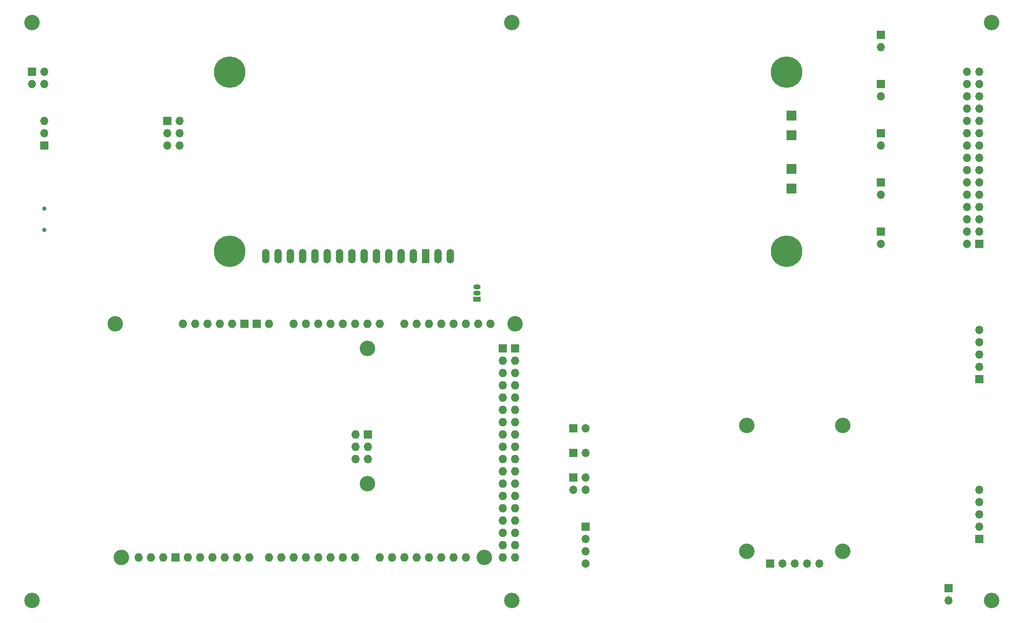
<source format=gbr>
%TF.GenerationSoftware,KiCad,Pcbnew,(7.0.0)*%
%TF.CreationDate,2023-02-21T15:07:21+01:00*%
%TF.ProjectId,MagicGame,4d616769-6347-4616-9d65-2e6b69636164,1.1*%
%TF.SameCoordinates,Original*%
%TF.FileFunction,Soldermask,Bot*%
%TF.FilePolarity,Negative*%
%FSLAX46Y46*%
G04 Gerber Fmt 4.6, Leading zero omitted, Abs format (unit mm)*
G04 Created by KiCad (PCBNEW (7.0.0)) date 2023-02-21 15:07:21*
%MOMM*%
%LPD*%
G01*
G04 APERTURE LIST*
%ADD10C,3.200000*%
%ADD11O,1.727200X1.727200*%
%ADD12R,1.727200X1.727200*%
%ADD13R,1.700000X1.700000*%
%ADD14O,1.700000X1.700000*%
%ADD15R,1.500000X1.050000*%
%ADD16O,1.500000X1.050000*%
%ADD17C,0.900000*%
%ADD18C,6.500000*%
%ADD19R,1.500000X3.000000*%
%ADD20O,1.500000X3.000000*%
%ADD21R,2.000000X2.000000*%
G04 APERTURE END LIST*
D10*
%TO.C,XA1*%
X70480000Y-92710000D03*
X122550000Y-97790000D03*
X71750000Y-140970000D03*
X153030000Y-92710000D03*
X122550000Y-125730000D03*
X146680000Y-140970000D03*
D11*
X84449999Y-92709999D03*
X92069999Y-92709999D03*
X94609999Y-92709999D03*
X122676999Y-120649999D03*
X150489999Y-140969999D03*
X153029999Y-140969999D03*
X107309999Y-92709999D03*
X109849999Y-92709999D03*
X112389999Y-92709999D03*
X114929999Y-92709999D03*
X117469999Y-92709999D03*
X120009999Y-92709999D03*
X122549999Y-92709999D03*
X125089999Y-92709999D03*
X130169999Y-92709999D03*
X132709999Y-92709999D03*
X135249999Y-92709999D03*
X137789999Y-92709999D03*
X140329999Y-92709999D03*
X142869999Y-92709999D03*
X145409999Y-92709999D03*
X147949999Y-92709999D03*
X80385999Y-140969999D03*
X120009999Y-140969999D03*
X117469999Y-140969999D03*
X114929999Y-140969999D03*
X112389999Y-140969999D03*
X109849999Y-140969999D03*
X107309999Y-140969999D03*
X104769999Y-140969999D03*
X102229999Y-140969999D03*
X98165999Y-140969999D03*
X95625999Y-140969999D03*
X93085999Y-140969999D03*
X90545999Y-140969999D03*
X88005999Y-140969999D03*
X85465999Y-140969999D03*
X125089999Y-140969999D03*
X127629999Y-140969999D03*
X130169999Y-140969999D03*
X132709999Y-140969999D03*
X135249999Y-140969999D03*
X137789999Y-140969999D03*
X140329999Y-140969999D03*
X142869999Y-140969999D03*
X150489999Y-138429999D03*
X153029999Y-138429999D03*
X150489999Y-135889999D03*
X153029999Y-135889999D03*
X150489999Y-133349999D03*
X153029999Y-133349999D03*
X150489999Y-130809999D03*
X153029999Y-130809999D03*
X150489999Y-128269999D03*
X153029999Y-128269999D03*
X150489999Y-125729999D03*
X153029999Y-125729999D03*
X150489999Y-123189999D03*
X153029999Y-123189999D03*
X150489999Y-120649999D03*
X153029999Y-120649999D03*
X150489999Y-118109999D03*
X153029999Y-118109999D03*
X150489999Y-115569999D03*
X153029999Y-115569999D03*
X150489999Y-113029999D03*
X153029999Y-113029999D03*
X150489999Y-110489999D03*
X153029999Y-110489999D03*
X150489999Y-107949999D03*
X153029999Y-107949999D03*
X150489999Y-105409999D03*
X153029999Y-105409999D03*
X150489999Y-102869999D03*
X153029999Y-102869999D03*
X150489999Y-100329999D03*
X153029999Y-100329999D03*
D12*
X82925999Y-140969999D03*
X97149999Y-92709999D03*
X99689999Y-92709999D03*
X122676999Y-115569999D03*
X150489999Y-97789999D03*
X153029999Y-97789999D03*
D11*
X86989999Y-92709999D03*
X120136999Y-120649999D03*
X122676999Y-118109999D03*
X89529999Y-92709999D03*
X120136999Y-115569999D03*
X120136999Y-118109999D03*
X75305999Y-140969999D03*
X77845999Y-140969999D03*
X102229999Y-92709999D03*
%TD*%
D13*
%TO.C,J2*%
X167639999Y-134619999D03*
D14*
X167639999Y-137159999D03*
X167639999Y-139699999D03*
X167639999Y-142239999D03*
%TD*%
D10*
%TO.C,JOY_H2*%
X220715000Y-139700000D03*
%TD*%
D13*
%TO.C,J9*%
X242569999Y-147319999D03*
D14*
X242569999Y-149859999D03*
%TD*%
D13*
%TO.C,J11*%
X228599999Y-53339999D03*
D14*
X228599999Y-55879999D03*
%TD*%
D13*
%TO.C,J12*%
X228599999Y-63499999D03*
D14*
X228599999Y-66039999D03*
%TD*%
D15*
%TO.C,Q1*%
X145139999Y-87629999D03*
D16*
X145139999Y-86359999D03*
X145139999Y-85089999D03*
%TD*%
D10*
%TO.C,H1*%
X53340000Y-149860000D03*
%TD*%
%TO.C,H4*%
X251460000Y-30480000D03*
%TD*%
D13*
%TO.C,J8*%
X228599999Y-33019999D03*
D14*
X228599999Y-35559999D03*
%TD*%
D10*
%TO.C,JOY_H4*%
X200915000Y-113700000D03*
%TD*%
D17*
%TO.C,J1*%
X55880000Y-68920000D03*
X55880000Y-73320000D03*
%TD*%
D10*
%TO.C,JOY_H3*%
X220715000Y-113700000D03*
%TD*%
D13*
%TO.C,J13*%
X228599999Y-73659999D03*
D14*
X228599999Y-76199999D03*
%TD*%
D13*
%TO.C,J16*%
X165099999Y-114299999D03*
D14*
X167639999Y-114299999D03*
%TD*%
D10*
%TO.C,H5*%
X152400000Y-30480000D03*
%TD*%
D13*
%TO.C,J14*%
X165099999Y-124459999D03*
D14*
X167639999Y-124459999D03*
X165099999Y-126999999D03*
X167639999Y-126999999D03*
%TD*%
D10*
%TO.C,H2*%
X152400000Y-149860000D03*
%TD*%
%TO.C,JOY_H1*%
X200915000Y-139700000D03*
%TD*%
D13*
%TO.C,J7*%
X248919999Y-76199999D03*
D14*
X246379999Y-76199999D03*
X248919999Y-73659999D03*
X246379999Y-73659999D03*
X248919999Y-71119999D03*
X246379999Y-71119999D03*
X248919999Y-68579999D03*
X246379999Y-68579999D03*
X248919999Y-66039999D03*
X246379999Y-66039999D03*
X248919999Y-63499999D03*
X246379999Y-63499999D03*
X248919999Y-60959999D03*
X246379999Y-60959999D03*
X248919999Y-58419999D03*
X246379999Y-58419999D03*
X248919999Y-55879999D03*
X246379999Y-55879999D03*
X248919999Y-53339999D03*
X246379999Y-53339999D03*
X248919999Y-50799999D03*
X246379999Y-50799999D03*
X248919999Y-48259999D03*
X246379999Y-48259999D03*
X248919999Y-45719999D03*
X246379999Y-45719999D03*
X248919999Y-43179999D03*
X246379999Y-43179999D03*
X248919999Y-40639999D03*
X246379999Y-40639999D03*
%TD*%
D13*
%TO.C,J4*%
X248919999Y-104139999D03*
D14*
X248919999Y-101599999D03*
X248919999Y-99059999D03*
X248919999Y-96519999D03*
X248919999Y-93979999D03*
%TD*%
D13*
%TO.C,J17*%
X165099999Y-119379999D03*
D14*
X167639999Y-119379999D03*
%TD*%
D13*
%TO.C,J3*%
X81279999Y-50799999D03*
D14*
X83819999Y-50799999D03*
X81279999Y-53339999D03*
X83819999Y-53339999D03*
X81279999Y-55879999D03*
X83819999Y-55879999D03*
%TD*%
D13*
%TO.C,J15*%
X53339999Y-40639999D03*
D14*
X55879999Y-40639999D03*
X53339999Y-43179999D03*
X55879999Y-43179999D03*
%TD*%
D18*
%TO.C,U4*%
X209120000Y-77740000D03*
X209120000Y-40740000D03*
X94120000Y-77740000D03*
X94120000Y-40740000D03*
D19*
X134619999Y-78739999D03*
D20*
X132079999Y-78739999D03*
X129539999Y-78739999D03*
X126999999Y-78739999D03*
X124459999Y-78739999D03*
X121919999Y-78739999D03*
X119379999Y-78739999D03*
X116839999Y-78739999D03*
X114299999Y-78739999D03*
X111759999Y-78739999D03*
X109219999Y-78739999D03*
X106679999Y-78739999D03*
X104139999Y-78739999D03*
X101599999Y-78739999D03*
X137159999Y-78739999D03*
X139699999Y-78739999D03*
D21*
X210119999Y-64739999D03*
X210119999Y-53739999D03*
X210119999Y-60739999D03*
X210119999Y-49739999D03*
%TD*%
D13*
%TO.C,JP1*%
X55879999Y-55879999D03*
D14*
X55879999Y-53339999D03*
X55879999Y-50799999D03*
%TD*%
D10*
%TO.C,H6*%
X53340000Y-30480000D03*
%TD*%
D13*
%TO.C,J5*%
X248919999Y-137159999D03*
D14*
X248919999Y-134619999D03*
X248919999Y-132079999D03*
X248919999Y-129539999D03*
X248919999Y-126999999D03*
%TD*%
D13*
%TO.C,J10*%
X228599999Y-43179999D03*
D14*
X228599999Y-45719999D03*
%TD*%
D13*
%TO.C,J6*%
X205739999Y-142239999D03*
D14*
X208279999Y-142239999D03*
X210819999Y-142239999D03*
X213359999Y-142239999D03*
X215899999Y-142239999D03*
%TD*%
D10*
%TO.C,H3*%
X251460000Y-149860000D03*
%TD*%
M02*

</source>
